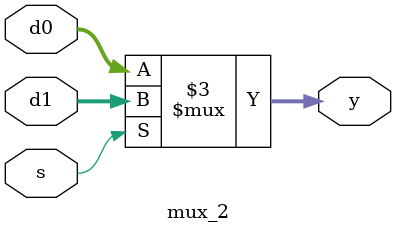
<source format=sv>
 module mux_2(input logic [3:0] d0, d1, input logic s, output logic [3:0] y); 
 always_comb
 if (s)
 y <= d1;
 else y <= d0;
 endmodule

</source>
